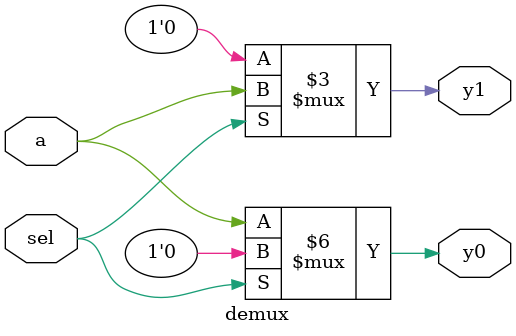
<source format=v>
module demux(
  
  input a,
  input sel,
  output reg y0, 
  output reg y1
  
);
  
  always@(a,sel)
    begin
    	if(sel)
          begin
      	    y0=0;
            y1=a;
          end
  	else
          begin
            y0=a;
      	    y1=0;
          end
    end
endmodule
</source>
